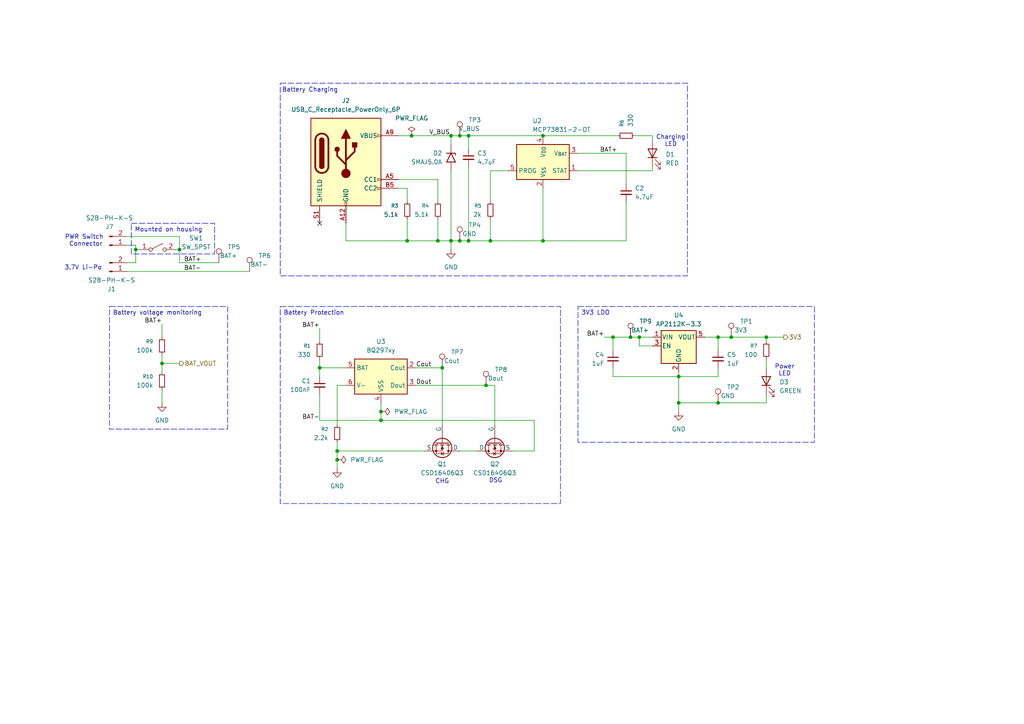
<source format=kicad_sch>
(kicad_sch (version 20250114) (generator "eeschema") (generator_version "9.0")
  (paper "A4")
  (title_block (rev "${REVISION}"))
  (lib_symbols
    (symbol "Battery_Management:BQ297xy"
      (property "Reference" "U" (at -6.35 6.35 0))
      (property "Value" "BQ297xy" (at 5.08 -6.35 0))
      (symbol "BQ297xy_0_1"
        (rectangle (start -7.62 5.08) (end 7.62 -5.08) (stroke (width 0.254)) (fill (type background)))
      )
      (symbol "BQ297xy_1_1"
        (pin input line (at -10.16 2.54 0) (length 2.54) (name "BAT") (number "5"))
        (pin input line (at -10.16 -2.54 0) (length 2.54) (name "V-") (number "6"))
        (pin power_in line (at 0 -7.62 90) (length 2.54) (name "VSS") (number "4"))
        (pin no_connect line (at 7.62 0 180) (length 2.54) (hide yes) (name "NC") (number "1"))
        (pin output line (at 10.16 2.54 180) (length 2.54) (name "Cout") (number "2"))
        (pin output line (at 10.16 -2.54 180) (length 2.54) (name "Dout") (number "3"))
      )
    )
    (symbol "Battery_Management:MCP73831-2-OT"
      (property "Reference" "U" (at -7.62 6.35 0))
      (property "Value" "MCP73831-2-OT" (at 1.27 6.35 0))
      (symbol "MCP73831-2-OT_0_1"
        (rectangle (start -7.62 5.08) (end 7.62 -5.08) (stroke (width 0.254)) (fill (type background)))
      )
      (symbol "MCP73831-2-OT_1_1"
        (pin input line (at -10.16 -2.54 0) (length 2.54) (name "PROG") (number "5"))
        (pin power_in line (at 0 7.62 270) (length 2.54) (name "V_{DD}") (number "4"))
        (pin power_in line (at 0 -7.62 90) (length 2.54) (name "V_{SS}") (number "2"))
        (pin power_out line (at 10.16 2.54 180) (length 2.54) (name "V_{BAT}") (number "3"))
        (pin tri_state line (at 10.16 -2.54 180) (length 2.54) (name "STAT") (number "1"))
      )
    )
    (symbol "Connector:Conn_01x02_Pin" (pin_names (offset 1.016) (hide yes))
      (property "Reference" "J" (at 0 2.54 0))
      (property "Value" "Conn_01x02_Pin" (at 0 -5.08 0))
      (symbol "Conn_01x02_Pin_1_1"
        (rectangle (start 0.8636 0.127) (end 0 -0.127) (stroke (width 0.1524)) (fill (type outline)))
        (rectangle (start 0.8636 -2.413) (end 0 -2.667) (stroke (width 0.1524)) (fill (type outline)))
        (polyline (pts (xy 1.27 0) (xy 0.8636 0)) (stroke (width 0.1524)))
        (polyline (pts (xy 1.27 -2.54) (xy 0.8636 -2.54)) (stroke (width 0.1524)))
        (pin passive line (at 5.08 0 180) (length 3.81) (name "Pin_1") (number "1"))
        (pin passive line (at 5.08 -2.54 180) (length 3.81) (name "Pin_2") (number "2"))
      )
    )
    (symbol "Connector:TestPoint" (pin_numbers (hide yes)) (pin_names (offset 0.762) (hide yes))
      (property "Reference" "TP" (at 0 6.858 0))
      (property "Value" "TestPoint" (at 0 5.08 0))
      (symbol "TestPoint_0_1"
        (circle (center 0 3.302) (radius 0.762))
      )
      (symbol "TestPoint_1_1"
        (pin passive line (at 0 0 90) (length 2.54) (name "1") (number "1"))
      )
    )
    (symbol "Connector:USB_C_Receptacle_PowerOnly_6P" (pin_names (offset 1.016))
      (property "Reference" "J" (at 0 16.51 0))
      (property "Value" "USB_C_Receptacle_PowerOnly_6P" (at 0 13.97 0))
      (symbol "USB_C_Receptacle_PowerOnly_6P_0_0"
        (rectangle (start -0.254 -12.7) (end 0.254 -11.684))
        (rectangle (start 10.16 7.874) (end 9.144 7.366))
        (rectangle (start 10.16 -4.826) (end 9.144 -5.334))
        (rectangle (start 10.16 -7.366) (end 9.144 -7.874))
      )
      (symbol "USB_C_Receptacle_PowerOnly_6P_0_1"
        (rectangle (start -10.16 12.7) (end 10.16 -12.7) (stroke (width 0.254)) (fill (type background)))
        (polyline (pts (xy -8.89 -1.27) (xy -8.89 6.35)) (stroke (width 0.508)))
        (rectangle (start -7.62 -1.27) (end -6.35 6.35) (stroke (width 0.254)) (fill (type outline)))
        (arc (start -7.62 6.35) (mid -6.985 6.9823) (end -6.35 6.35) (stroke (width 0.254)))
        (arc (start -7.62 6.35) (mid -6.985 6.9823) (end -6.35 6.35) (stroke (width 0.254)) (fill (type outline)))
        (arc (start -8.89 6.35) (mid -6.985 8.2467) (end -5.08 6.35) (stroke (width 0.508)))
        (arc (start -5.08 -1.27) (mid -6.985 -3.1667) (end -8.89 -1.27) (stroke (width 0.508)))
        (arc (start -6.35 -1.27) (mid -6.985 -1.9023) (end -7.62 -1.27) (stroke (width 0.254)))
        (arc (start -6.35 -1.27) (mid -6.985 -1.9023) (end -7.62 -1.27) (stroke (width 0.254)) (fill (type outline)))
        (polyline (pts (xy -5.08 6.35) (xy -5.08 -1.27)) (stroke (width 0.508)))
        (circle (center -2.54 3.683) (radius 0.635) (stroke (width 0.254)) (fill (type outline)))
        (polyline (pts (xy -1.27 6.858) (xy 0 9.398) (xy 1.27 6.858) (xy -1.27 6.858)) (stroke (width 0.254)) (fill (type outline)))
        (polyline (pts (xy 0 0.508) (xy 2.54 3.048) (xy 2.54 4.318)) (stroke (width 0.508)))
        (polyline (pts (xy 0 -0.762) (xy -2.54 1.778) (xy -2.54 3.048)) (stroke (width 0.508)))
        (polyline (pts (xy 0 -3.302) (xy 0 6.858)) (stroke (width 0.508)))
        (circle (center 0 -3.302) (radius 1.27) (fill (type outline)))
        (rectangle (start 1.905 4.318) (end 3.175 5.588) (stroke (width 0.254)) (fill (type outline)))
      )
      (symbol "USB_C_Receptacle_PowerOnly_6P_1_1"
        (pin passive line (at -7.62 -17.78 90) (length 5.08) (name "SHIELD") (number "S1"))
        (pin passive line (at 0 -17.78 90) (length 5.08) (name "GND") (number "A12"))
        (pin passive line (at 0 -17.78 90) (length 5.08) (hide yes) (name "GND") (number "B12"))
        (pin passive line (at 15.24 7.62 180) (length 5.08) (name "VBUS") (number "A9"))
        (pin passive line (at 15.24 7.62 180) (length 5.08) (hide yes) (name "VBUS") (number "B9"))
        (pin bidirectional line (at 15.24 -5.08 180) (length 5.08) (name "CC1") (number "A5"))
        (pin bidirectional line (at 15.24 -7.62 180) (length 5.08) (name "CC2") (number "B5"))
      )
    )
    (symbol "Device:C_Small" (pin_numbers (hide yes)) (pin_names (offset 0.254) (hide yes))
      (property "Reference" "C" (at 0.254 1.778 0))
      (property "Value" "C_Small" (at 0.254 -2.032 0))
      (symbol "C_Small_0_1"
        (polyline (pts (xy -1.524 0.508) (xy 1.524 0.508)) (stroke (width 0.3048)))
        (polyline (pts (xy -1.524 -0.508) (xy 1.524 -0.508)) (stroke (width 0.3302)))
      )
      (symbol "C_Small_1_1"
        (pin passive line (at 0 2.54 270) (length 2.032) (name "~") (number "1"))
        (pin passive line (at 0 -2.54 90) (length 2.032) (name "~") (number "2"))
      )
    )
    (symbol "Device:LED" (pin_numbers (hide yes)) (pin_names (offset 1.016) (hide yes))
      (property "Reference" "D" (at 0 2.54 0))
      (property "Value" "LED" (at 0 -2.54 0))
      (symbol "LED_0_1"
        (polyline (pts (xy -3.048 -0.762) (xy -4.572 -2.286) (xy -3.81 -2.286) (xy -4.572 -2.286) (xy -4.572 -1.524)))
        (polyline (pts (xy -1.778 -0.762) (xy -3.302 -2.286) (xy -2.54 -2.286) (xy -3.302 -2.286) (xy -3.302 -1.524)))
        (polyline (pts (xy -1.27 0) (xy 1.27 0)))
        (polyline (pts (xy -1.27 -1.27) (xy -1.27 1.27)) (stroke (width 0.254)))
        (polyline (pts (xy 1.27 -1.27) (xy 1.27 1.27) (xy -1.27 0) (xy 1.27 -1.27)) (stroke (width 0.254)))
      )
      (symbol "LED_1_1"
        (pin passive line (at -3.81 0 0) (length 2.54) (name "K") (number "1"))
        (pin passive line (at 3.81 0 180) (length 2.54) (name "A") (number "2"))
      )
    )
    (symbol "Device:R_Small" (pin_numbers (hide yes)) (pin_names (offset 0.254) (hide yes))
      (property "Reference" "R" (at 0 0 90))
      (property "Value" "R_Small" (at 1.778 0 90))
      (symbol "R_Small_0_1"
        (rectangle (start -0.762 1.778) (end 0.762 -1.778) (stroke (width 0.2032)))
      )
      (symbol "R_Small_1_1"
        (pin passive line (at 0 2.54 270) (length 0.762) (name "~") (number "1"))
        (pin passive line (at 0 -2.54 90) (length 0.762) (name "~") (number "2"))
      )
    )
    (symbol "Diode:SMAJ5.0A" (pin_numbers (hide yes)) (pin_names (offset 1.016) (hide yes))
      (property "Reference" "D" (at 0 2.54 0))
      (property "Value" "SMAJ5.0A" (at 0 -2.54 0))
      (symbol "SMAJ5.0A_0_1"
        (polyline (pts (xy -0.762 1.27) (xy -1.27 1.27) (xy -1.27 -1.27)) (stroke (width 0.254)))
        (polyline (pts (xy 1.27 1.27) (xy 1.27 -1.27) (xy -1.27 0) (xy 1.27 1.27)) (stroke (width 0.254)))
      )
      (symbol "SMAJ5.0A_1_1"
        (pin passive line (at -3.81 0 0) (length 2.54) (name "A1") (number "1"))
        (pin passive line (at 3.81 0 180) (length 2.54) (name "A2") (number "2"))
      )
    )
    (symbol "Regulator_Linear:AP2112K-3.3" (pin_names (offset 0.254))
      (property "Reference" "U" (at -5.08 5.715 0))
      (property "Value" "AP2112K-3.3" (at 0 5.715 0))
      (symbol "AP2112K-3.3_0_1"
        (rectangle (start -5.08 4.445) (end 5.08 -5.08) (stroke (width 0.254)) (fill (type background)))
      )
      (symbol "AP2112K-3.3_1_1"
        (pin power_in line (at -7.62 2.54 0) (length 2.54) (name "VIN") (number "1"))
        (pin input line (at -7.62 0 0) (length 2.54) (name "EN") (number "3"))
        (pin power_in line (at 0 -7.62 90) (length 2.54) (name "GND") (number "2"))
        (pin no_connect line (at 5.08 0 180) (length 2.54) (hide yes) (name "NC") (number "4"))
        (pin power_out line (at 7.62 2.54 180) (length 2.54) (name "VOUT") (number "5"))
      )
    )
    (symbol "Simulation_SPICE:NMOS" (pin_numbers (hide yes)) (pin_names (offset 0))
      (property "Reference" "Q" (at 5.08 1.27 0))
      (property "Value" "NMOS" (at 5.08 -1.27 0))
      (symbol "NMOS_0_1"
        (polyline (pts (xy 0.254 1.905) (xy 0.254 -1.905)) (stroke (width 0.254)))
        (polyline (pts (xy 0.254 0) (xy -2.54 0)))
        (polyline (pts (xy 0.762 2.286) (xy 0.762 1.27)) (stroke (width 0.254)))
        (polyline (pts (xy 0.762 0.508) (xy 0.762 -0.508)) (stroke (width 0.254)))
        (polyline (pts (xy 0.762 -1.27) (xy 0.762 -2.286)) (stroke (width 0.254)))
        (polyline (pts (xy 0.762 -1.778) (xy 3.302 -1.778) (xy 3.302 1.778) (xy 0.762 1.778)))
        (polyline (pts (xy 1.016 0) (xy 2.032 0.381) (xy 2.032 -0.381) (xy 1.016 0)) (fill (type outline)))
        (circle (center 1.651 0) (radius 2.794) (stroke (width 0.254)))
        (polyline (pts (xy 2.54 2.54) (xy 2.54 1.778)))
        (circle (center 2.54 1.778) (radius 0.254) (fill (type outline)))
        (circle (center 2.54 -1.778) (radius 0.254) (fill (type outline)))
        (polyline (pts (xy 2.54 -2.54) (xy 2.54 0) (xy 0.762 0)))
        (polyline (pts (xy 2.794 0.508) (xy 2.921 0.381) (xy 3.683 0.381) (xy 3.81 0.254)))
        (polyline (pts (xy 3.302 0.381) (xy 2.921 -0.254) (xy 3.683 -0.254) (xy 3.302 0.381)))
      )
      (symbol "NMOS_1_1"
        (pin input line (at -5.08 0 0) (length 2.54) (name "G") (number "2"))
        (pin passive line (at 2.54 5.08 270) (length 2.54) (name "D") (number "1"))
        (pin passive line (at 2.54 -5.08 90) (length 2.54) (name "S") (number "3"))
      )
    )
    (symbol "Switch:SW_SPST" (pin_names (offset 0) (hide yes))
      (property "Reference" "SW" (at 0 3.175 0))
      (property "Value" "SW_SPST" (at 0 -2.54 0))
      (symbol "SW_SPST_0_0"
        (circle (center -2.032 0) (radius 0.508))
        (polyline (pts (xy -1.524 0.254) (xy 1.524 1.778)))
        (circle (center 2.032 0) (radius 0.508))
      )
      (symbol "SW_SPST_1_1"
        (pin passive line (at -5.08 0 0) (length 2.54) (name "A") (number "1"))
        (pin passive line (at 5.08 0 180) (length 2.54) (name "B") (number "2"))
      )
    )
    (symbol "power:GND" (power) (pin_numbers (hide yes)) (pin_names (offset 0) (hide yes))
      (property "Value" "GND" (at 0 -3.81 0))
      (symbol "GND_0_1"
        (polyline (pts (xy 0 0) (xy 0 -1.27) (xy 1.27 -1.27) (xy 0 -2.54) (xy -1.27 -1.27) (xy 0 -1.27)))
      )
      (symbol "GND_1_1"
        (pin power_in line (at 0 0 270) (length 0) (name "~") (number "1"))
      )
    )
    (symbol "power:PWR_FLAG" (power) (pin_numbers (hide yes)) (pin_names (offset 0) (hide yes))
      (property "Value" "PWR_FLAG" (at 0 3.81 0))
      (symbol "PWR_FLAG_0_0"
        (pin power_out line (at 0 0 90) (length 0) (name "~") (number "1"))
      )
      (symbol "PWR_FLAG_0_1"
        (polyline (pts (xy 0 0) (xy 0 1.27) (xy -1.016 1.905) (xy 0 2.54) (xy 1.016 1.905) (xy 0 1.27)))
      )
    )
  )
  (rectangle (start 81.28 24.13) (end 199.39 80.01) (stroke (width 0) (type dash)))
  (text "DSG" (at 143.764 139.446 0) (effects (font (size 1.27 1.27))))
  (text "Power\nLED" (at 227.584 107.442 0) (effects (font (size 1.27 1.27))))
  (text "CHG" (at 128.27 139.7 0) (effects (font (size 1.27 1.27))))
  (text "PWR Switch \nConnector" (at 24.892 69.85 0) (effects (font (size 1.27 1.27))))
  (text "Battery Charging" (at 89.916 26.162 0) (effects (font (size 1.27 1.27))))
  (text "3.7V Li-Po" (at 24.13 77.724 0) (effects (font (size 1.27 1.27))))
  (text "Charging\nLED" (at 194.564 40.894 0) (effects (font (size 1.27 1.27))))
  (text_box "Mounted on housing" (at 38.1 64.77 0) (size 24.13 8.89) (margins 0.9525 0.9525 0.9525 0.9525) (stroke (width 0) (type dash)) (effects (font (size 1.27 1.27)) (justify left top)))
  (text_box "Battery voltage monitoring" (at 31.75 88.9 0) (size 34.29 35.56) (margins 0.9525 0.9525 0.9525 0.9525) (stroke (width 0) (type dash)) (effects (font (size 1.27 1.27)) (justify left top)))
  (text_box "3V3 LDO" (at 167.64 88.9 0) (size 68.58 39.37) (margins 0.9525 0.9525 0.9525 0.9525) (stroke (width 0) (type dash)) (effects (font (size 1.27 1.27)) (justify left top)))
  (text_box "Battery Protection" (at 81.28 88.9 0) (size 81.28 57.15) (margins 0.9525 0.9525 0.9525 0.9525) (stroke (width 0) (type dash)) (effects (font (size 1.27 1.27)) (justify left top)))
  (junction (at 196.85 116.84))
  (junction (at 110.49 119.38))
  (junction (at 182.88 97.79))
  (junction (at 110.49 121.92))
  (junction (at 127 69.85))
  (junction (at 135.89 39.37))
  (junction (at 135.89 69.85))
  (junction (at 157.48 69.85))
  (junction (at 133.35 69.85))
  (junction (at 157.48 39.37))
  (junction (at 118.11 69.85))
  (junction (at 212.09 97.79))
  (junction (at 177.8 97.79))
  (junction (at 119.38 39.37))
  (junction (at 208.28 97.79))
  (junction (at 130.81 69.85))
  (junction (at 97.79 130.81))
  (junction (at 92.71 106.68))
  (junction (at 128.27 106.68))
  (junction (at 39.37 72.39))
  (junction (at 130.81 39.37))
  (junction (at 46.99 105.41))
  (junction (at 222.25 97.79))
  (junction (at 142.24 69.85))
  (junction (at 140.97 111.76))
  (junction (at 196.85 109.22))
  (junction (at 133.35 39.37))
  (junction (at 97.79 133.35))
  (junction (at 185.42 97.79))
  (junction (at 52.07 72.39))
  (junction (at 208.28 116.84))
  (no_connect (at 92.71 64.77))
  (wire (pts (xy 52.07 76.2) (xy 63.5 76.2)))
  (wire (pts (xy 50.8 72.39) (xy 52.07 72.39)))
  (wire (pts (xy 135.89 39.37) (xy 157.48 39.37)))
  (wire (pts (xy 189.23 100.33) (xy 185.42 100.33)))
  (wire (pts (xy 46.99 105.41) (xy 52.07 105.41)))
  (wire (pts (xy 177.8 97.79) (xy 182.88 97.79)))
  (wire (pts (xy 175.26 97.79) (xy 177.8 97.79)))
  (wire (pts (xy 39.37 76.2) (xy 36.83 76.2)))
  (wire (pts (xy 97.79 128.27) (xy 97.79 130.81)))
  (wire (pts (xy 39.37 72.39) (xy 40.64 72.39)))
  (wire (pts (xy 46.99 93.98) (xy 46.99 97.79)))
  (wire (pts (xy 208.28 101.6) (xy 208.28 97.79)))
  (wire (pts (xy 92.71 99.06) (xy 92.71 95.25)))
  (wire (pts (xy 189.23 48.26) (xy 189.23 49.53)))
  (wire (pts (xy 120.65 106.68) (xy 128.27 106.68)))
  (wire (pts (xy 179.07 39.37) (xy 157.48 39.37)))
  (wire (pts (xy 100.33 111.76) (xy 97.79 111.76)))
  (wire (pts (xy 97.79 135.89) (xy 97.79 133.35)))
  (wire (pts (xy 110.49 119.38) (xy 110.49 116.84)))
  (wire (pts (xy 142.24 69.85) (xy 157.48 69.85)))
  (wire (pts (xy 208.28 106.68) (xy 208.28 109.22)))
  (wire (pts (xy 208.28 116.84) (xy 222.25 116.84)))
  (wire (pts (xy 97.79 111.76) (xy 97.79 123.19)))
  (wire (pts (xy 208.28 109.22) (xy 196.85 109.22)))
  (wire (pts (xy 97.79 133.35) (xy 97.79 130.81)))
  (wire (pts (xy 127 69.85) (xy 130.81 69.85)))
  (wire (pts (xy 142.24 49.53) (xy 142.24 58.42)))
  (wire (pts (xy 97.79 130.81) (xy 123.19 130.81)))
  (wire (pts (xy 142.24 63.5) (xy 142.24 69.85)))
  (wire (pts (xy 130.81 39.37) (xy 133.35 39.37)))
  (wire (pts (xy 222.25 97.79) (xy 222.25 99.06)))
  (wire (pts (xy 128.27 123.19) (xy 128.27 106.68)))
  (wire (pts (xy 92.71 121.92) (xy 110.49 121.92)))
  (wire (pts (xy 135.89 69.85) (xy 142.24 69.85)))
  (wire (pts (xy 196.85 116.84) (xy 208.28 116.84)))
  (wire (pts (xy 157.48 54.61) (xy 157.48 69.85)))
  (wire (pts (xy 119.38 39.37) (xy 130.81 39.37)))
  (wire (pts (xy 208.28 97.79) (xy 212.09 97.79)))
  (wire (pts (xy 100.33 64.77) (xy 100.33 69.85)))
  (wire (pts (xy 46.99 102.87) (xy 46.99 105.41)))
  (wire (pts (xy 140.97 111.76) (xy 120.65 111.76)))
  (wire (pts (xy 92.71 106.68) (xy 92.71 109.22)))
  (wire (pts (xy 127 52.07) (xy 127 58.42)))
  (wire (pts (xy 154.94 130.81) (xy 154.94 121.92)))
  (wire (pts (xy 36.83 78.74) (xy 72.39 78.74)))
  (wire (pts (xy 177.8 106.68) (xy 177.8 109.22)))
  (wire (pts (xy 46.99 113.03) (xy 46.99 116.84)))
  (wire (pts (xy 167.64 44.45) (xy 181.61 44.45)))
  (wire (pts (xy 92.71 104.14) (xy 92.71 106.68)))
  (wire (pts (xy 212.09 97.79) (xy 222.25 97.79)))
  (wire (pts (xy 133.35 130.81) (xy 138.43 130.81)))
  (wire (pts (xy 181.61 53.34) (xy 181.61 44.45)))
  (wire (pts (xy 133.35 69.85) (xy 135.89 69.85)))
  (wire (pts (xy 208.28 97.79) (xy 204.47 97.79)))
  (wire (pts (xy 143.51 111.76) (xy 140.97 111.76)))
  (wire (pts (xy 118.11 69.85) (xy 127 69.85)))
  (wire (pts (xy 133.35 39.37) (xy 135.89 39.37)))
  (wire (pts (xy 127 63.5) (xy 127 69.85)))
  (wire (pts (xy 115.57 39.37) (xy 119.38 39.37)))
  (wire (pts (xy 222.25 104.14) (xy 222.25 106.68)))
  (wire (pts (xy 130.81 69.85) (xy 130.81 72.39)))
  (wire (pts (xy 143.51 123.19) (xy 143.51 111.76)))
  (wire (pts (xy 222.25 114.3) (xy 222.25 116.84)))
  (wire (pts (xy 118.11 63.5) (xy 118.11 69.85)))
  (wire (pts (xy 130.81 69.85) (xy 133.35 69.85)))
  (wire (pts (xy 182.88 97.79) (xy 185.42 97.79)))
  (wire (pts (xy 118.11 54.61) (xy 118.11 58.42)))
  (wire (pts (xy 135.89 39.37) (xy 135.89 43.18)))
  (wire (pts (xy 189.23 39.37) (xy 189.23 40.64)))
  (wire (pts (xy 167.64 49.53) (xy 189.23 49.53)))
  (wire (pts (xy 148.59 130.81) (xy 154.94 130.81)))
  (wire (pts (xy 177.8 97.79) (xy 177.8 101.6)))
  (wire (pts (xy 222.25 97.79) (xy 227.33 97.79)))
  (wire (pts (xy 110.49 121.92) (xy 110.49 119.38)))
  (wire (pts (xy 39.37 71.12) (xy 36.83 71.12)))
  (wire (pts (xy 177.8 109.22) (xy 196.85 109.22)))
  (wire (pts (xy 130.81 49.53) (xy 130.81 69.85)))
  (wire (pts (xy 92.71 114.3) (xy 92.71 121.92)))
  (wire (pts (xy 100.33 106.68) (xy 92.71 106.68)))
  (wire (pts (xy 115.57 52.07) (xy 127 52.07)))
  (wire (pts (xy 115.57 54.61) (xy 118.11 54.61)))
  (wire (pts (xy 100.33 69.85) (xy 118.11 69.85)))
  (wire (pts (xy 130.81 41.91) (xy 130.81 39.37)))
  (wire (pts (xy 52.07 68.58) (xy 52.07 72.39)))
  (wire (pts (xy 52.07 72.39) (xy 52.07 76.2)))
  (wire (pts (xy 196.85 109.22) (xy 196.85 116.84)))
  (wire (pts (xy 135.89 48.26) (xy 135.89 69.85)))
  (wire (pts (xy 184.15 39.37) (xy 189.23 39.37)))
  (wire (pts (xy 39.37 72.39) (xy 39.37 76.2)))
  (wire (pts (xy 36.83 68.58) (xy 52.07 68.58)))
  (wire (pts (xy 46.99 105.41) (xy 46.99 107.95)))
  (wire (pts (xy 181.61 69.85) (xy 157.48 69.85)))
  (wire (pts (xy 185.42 100.33) (xy 185.42 97.79)))
  (wire (pts (xy 196.85 116.84) (xy 196.85 119.38)))
  (wire (pts (xy 154.94 121.92) (xy 110.49 121.92)))
  (wire (pts (xy 147.32 49.53) (xy 142.24 49.53)))
  (wire (pts (xy 39.37 72.39) (xy 39.37 71.12)))
  (wire (pts (xy 196.85 107.95) (xy 196.85 109.22)))
  (wire (pts (xy 185.42 97.79) (xy 189.23 97.79)))
  (wire (pts (xy 181.61 58.42) (xy 181.61 69.85)))
  (label "Dout" (at 120.65 111.76 0))
  (label "BAT+" (at 46.99 93.98 180))
  (label "BAT-" (at 92.71 121.92 180))
  (label "BAT-" (at 58.42 78.74 180))
  (label "BAT+" (at 58.42 76.2 180))
  (label "V_BUS" (at 124.46 39.37 0))
  (label "BAT+" (at 179.07 44.45 180))
  (label "BAT+" (at 92.71 95.25 180))
  (label "Cout" (at 120.65 106.68 0))
  (label "BAT+" (at 175.26 97.79 180))
  (hierarchical_label "3V3" (shape output) (at 227.33 97.79 0))
  (hierarchical_label "BAT_VOUT" (shape output) (at 52.07 105.41 0))
  (symbol (lib_id "power:PWR_FLAG") (at 97.79 133.35 270) (unit 1)
    (property "Reference" "#FLG01" (effects (hide yes)))
    (property "Value" "PWR_FLAG" (at 101.6 133.3499 90) (effects (justify left)))
    (property "Description" "Special symbol for telling ERC where power comes from" (effects (hide yes)))
  )
  (symbol (lib_id "Device:R_Small") (at 46.99 100.33 0) (unit 1)
    (property "Reference" "R9" (at 44.45 99.0599 0) (effects (font (size 1.016 1.016)) (justify right)))
    (property "Value" "100k" (at 44.45 101.5999 0) (effects (justify right)))
    (property "Footprint" "Resistor_SMD:R_0603_1608Metric_Pad0.98x0.95mm_HandSolder" (effects (hide yes)))
    (property "Datasheet" "https://industrial.panasonic.com/cdbs/www-data/pdf/RDM0000/AOA0000C307.pdf" (effects (hide yes)))
    (property "Description" "100 kOhms ±0.1% 0.1W, 1/10W Chip Resistor 0603 (1608 Metric) Automotive AEC-Q200 Thin Film" (effects (hide yes)))
    (property "Digikey_P/N" "P100KDBCT-ND" (effects (hide yes)))
    (property "MFR" "Panasonic Electronic Components" (effects (hide yes)))
    (property "MFR_P/N" "ERA-3AEB104V" (effects (hide yes)))
  )
  (symbol (lib_id "Device:R_Small") (at 222.25 101.6 0) (unit 1)
    (property "Reference" "R7" (at 219.71 100.3299 0) (effects (font (size 1.016 1.016)) (justify right)))
    (property "Value" "100" (at 219.71 102.8699 0) (effects (justify right)))
    (property "Footprint" "Resistor_SMD:R_0603_1608Metric_Pad0.98x0.95mm_HandSolder" (effects (hide yes)))
    (property "Datasheet" "https://www.vishay.com/docs/20035/dcrcwe3.pdf" (effects (hide yes)))
    (property "Description" "RES SMD 100 OHM 1% 1/8W 0603" (effects (hide yes)))
    (property "Digikey_P/N" "541-100HCT-ND" (effects (hide yes)))
    (property "MFR" "Vishay Dale" (effects (hide yes)))
    (property "MFR_P/N" "CRCW0603100RFKEA" (effects (hide yes)))
  )
  (symbol (lib_id "Device:R_Small") (at 142.24 60.96 0) (unit 1)
    (property "Reference" "R5" (at 139.7 59.6899 0) (effects (font (size 1.016 1.016)) (justify right)))
    (property "Value" "2k" (at 139.7 62.2299 0) (effects (justify right)))
    (property "Footprint" "Resistor_SMD:R_0603_1608Metric_Pad0.98x0.95mm_HandSolder" (effects (hide yes)))
    (property "Datasheet" "https://industrial.panasonic.com/cdbs/www-data/pdf/RDM0000/AOA0000C307.pdf" (effects (hide yes)))
    (property "Description" "RES SMD 2K OHM 0.1% 1/10W 0603" (effects (hide yes)))
    (property "Digikey_P/N" "P2.0KDBCT-ND" (effects (hide yes)))
    (property "MFR" "Panasonic Electronic Components" (effects (hide yes)))
    (property "MFR_P/N" "ERA-3AEB202V" (effects (hide yes)))
  )
  (symbol (lib_id "Simulation_SPICE:NMOS") (at 143.51 128.27 90) (mirror x) (unit 1)
    (property "Reference" "Q2" (at 143.51 134.62 90))
    (property "Value" "CSD16406Q3" (at 143.51 137.16 90))
    (property "Footprint" "MilliohmMeter:VSON-8_3.3x3.3mm_P0.65mm_NexFET" (effects (hide yes)))
    (property "Datasheet" "https://www.ti.com/general/docs/suppproductinfo.tsp?distId=10&gotoUrl=https%3A%2F%2Fwww.ti.com%2Flit%2Fgpn%2Fcsd16406q3" (effects (hide yes)))
    (property "Description" "MOSFET N-CH 25V 19A/60A 8VSON" (effects (hide yes)))
    (property "Sim.Device" "NMOS" (effects (hide yes)))
    (property "Sim.Type" "VDMOS" (effects (hide yes)))
    (property "Sim.Pins" "1=D 2=G 3=S" (effects (hide yes)))
    (property "Digikey_P/N" "296-24251-1-ND" (effects (hide yes)))
    (property "MFR" "Texas Instruments" (effects (hide yes)))
    (property "MFR_P/N" "CSD16406Q3" (effects (hide yes)))
  )
  (symbol (lib_id "Device:R_Small") (at 127 60.96 0) (unit 1)
    (property "Reference" "R4" (at 124.46 59.6899 0) (effects (font (size 1.016 1.016)) (justify right)))
    (property "Value" "5.1k" (at 124.46 62.2299 0) (effects (justify right)))
    (property "Footprint" "Resistor_SMD:R_0603_1608Metric_Pad0.98x0.95mm_HandSolder" (effects (hide yes)))
    (property "Datasheet" "https://www.yageogroup.com/content/datasheet/asset/file/PYU-RC_GROUP_51_ROHS_L" (effects (hide yes)))
    (property "Description" "RES 5.1K OHM 1% 1/10W 0603" (effects (hide yes)))
    (property "Digikey_P/N" "311-5.10KHRCT-ND" (effects (hide yes)))
    (property "MFR" "YAGEO" (effects (hide yes)))
    (property "MFR_P/N" "RC0603FR-075K1L" (effects (hide yes)))
  )
  (symbol (lib_id "Device:C_Small") (at 208.28 104.14 0) (unit 1)
    (property "Reference" "C5" (at 210.82 102.8762 0) (effects (justify left)))
    (property "Value" "1uF" (at 210.82 105.4162 0) (effects (justify left)))
    (property "Footprint" "Capacitor_SMD:C_0603_1608Metric_Pad1.08x0.95mm_HandSolder" (effects (hide yes)))
    (property "Datasheet" "https://mm.digikey.com/Volume0/opasdata/d220001/medias/docus/3644/CL10B105KA8NNNC_spec.pdf" (effects (hide yes)))
    (property "Description" "CAP CER 1UF 25V X7R 0603" (effects (hide yes)))
    (property "Digikey_P/N" "1276-1184-1-ND" (effects (hide yes)))
    (property "MFR" "Samsung Electro-Mechanics" (effects (hide yes)))
    (property "MFR_P/N" "CL10B105KA8NNNC" (effects (hide yes)))
  )
  (symbol (lib_id "Connector:TestPoint") (at 133.35 39.37 0) (unit 1)
    (property "Reference" "TP3" (at 135.89 34.7979 0) (effects (justify left)))
    (property "Value" "${SHORT_NET_NAME(1)}" (at 135.89 37.3379 0) (effects (justify left)))
    (property "Footprint" "TestPoint:TestPoint_Pad_D1.0mm" (effects (hide yes)))
    (property "Description" "test point" (effects (hide yes)))
  )
  (symbol (lib_id "Connector:TestPoint") (at 208.28 116.84 0) (unit 1)
    (property "Reference" "TP2" (at 210.82 112.2679 0) (effects (justify left)))
    (property "Value" "${SHORT_NET_NAME(1)}" (at 210.82 114.8079 0) (effects (justify left)))
    (property "Footprint" "TestPoint:TestPoint_Pad_D1.0mm" (effects (hide yes)))
    (property "Description" "test point" (effects (hide yes)))
  )
  (symbol (lib_id "Regulator_Linear:AP2112K-3.3") (at 196.85 100.33 0) (unit 1)
    (property "Reference" "U4" (at 196.85 91.44 0))
    (property "Value" "AP2112K-3.3" (at 196.85 93.98 0))
    (property "Footprint" "Package_TO_SOT_SMD:SOT-23-5" (effects (hide yes)))
    (property "Datasheet" "https://www.diodes.com/assets/Datasheets/AP2112.pdf" (effects (hide yes)))
    (property "Description" "600mA low dropout linear regulator, with enable pin, 3.8V-6V input voltage range, 3.3V fixed positive output, SOT-23-5" (effects (hide yes)))
    (property "Digikey_P/N" "AP2112K-3.3TRG1DICT-ND" (effects (hide yes)))
    (property "MFR" "Diodes Incorporated" (effects (hide yes)))
    (property "MFR_P/N" "AP2112K-3.3TRG1" (effects (hide yes)))
  )
  (symbol (lib_id "Connector:Conn_01x02_Pin") (at 31.75 78.74 0) (mirror x) (unit 1)
    (property "Reference" "J1" (at 32.385 83.82 0))
    (property "Value" "S2B-PH-K-S" (at 32.385 81.28 0))
    (property "Footprint" "Connector_JST:JST_PH_S2B-PH-K_1x02_P2.00mm_Horizontal" (effects (hide yes)))
    (property "Datasheet" "https://www.jst-mfg.com/product/pdf/eng/ePH.pdf" (effects (hide yes)))
    (property "Description" "Connector Header Through Hole, Right Angle 2 position 0.079\" (2.00mm)" (effects (hide yes)))
    (property "Digikey_P/N" "455-1719-ND" (effects (hide yes)))
    (property "MFR" "JST Sales America Inc." (effects (hide yes)))
    (property "MFR_P/N" "S2B-PH-K-S" (effects (hide yes)))
  )
  (symbol (lib_id "Battery_Management:MCP73831-2-OT") (at 157.48 46.99 0) (unit 1)
    (property "Reference" "U2" (at 154.432 35.052 0) (effects (justify left)))
    (property "Value" "MCP73831-2-OT" (at 154.432 37.592 0) (effects (justify left)))
    (property "Footprint" "Package_TO_SOT_SMD:SOT-23-5" (effects (hide yes)))
    (property "Datasheet" "http://ww1.microchip.com/downloads/en/DeviceDoc/20001984g.pdf" (effects (hide yes)))
    (property "Description" "Single cell, Li-Ion/Li-Po charge management controller, 4.20V, Tri-State Status Output, in SOT23-5 package" (effects (hide yes)))
    (property "Digikey_P/N" "MCP73831T-2ACI/OTCT-ND" (effects (hide yes)))
    (property "MFR" "Microchip Technology" (effects (hide yes)))
    (property "MFR_P/N" "MCP73831T-2ACI/OT" (effects (hide yes)))
  )
  (symbol (lib_id "Connector:TestPoint") (at 72.39 78.74 0) (unit 1)
    (property "Reference" "TP6" (at 74.93 74.1679 0) (effects (justify left)))
    (property "Value" "${SHORT_NET_NAME(1)}" (at 74.93 76.7079 0) (effects (justify left)))
    (property "Footprint" "TestPoint:TestPoint_Pad_D1.0mm" (effects (hide yes)))
    (property "Description" "test point" (effects (hide yes)))
  )
  (symbol (lib_id "Device:C_Small") (at 92.71 111.76 0) (unit 1)
    (property "Reference" "C1" (at 90.17 110.4962 0) (effects (justify right)))
    (property "Value" "100nF" (at 90.17 113.0362 0) (effects (justify right)))
    (property "Footprint" "Capacitor_SMD:C_0603_1608Metric_Pad1.08x0.95mm_HandSolder" (effects (hide yes)))
    (property "Datasheet" "https://www.yageogroup.com/content/datasheet/asset/file/KEM_C1002_X7R_SMD" (effects (hide yes)))
    (property "Description" "CAP CER 0.1UF 50V X7R 0603" (effects (hide yes)))
    (property "Digikey_P/N" "399-C0603C104K5RACTUCT-ND" (effects (hide yes)))
    (property "MFR" "KEMET" (effects (hide yes)))
    (property "MFR_P/N" "C0603C104K5RACTU" (effects (hide yes)))
  )
  (symbol (lib_id "power:GND") (at 97.79 135.89 0) (unit 1)
    (property "Reference" "#PWR02" (effects (hide yes)))
    (property "Value" "GND" (at 97.79 140.97 0))
    (property "Description" "Power symbol creates a global label with name \"GND\" , ground" (effects (hide yes)))
  )
  (symbol (lib_id "Battery_Management:BQ297xy") (at 110.49 109.22 0) (unit 1)
    (property "Reference" "U3" (at 110.49 99.06 0))
    (property "Value" "BQ297xy" (at 110.49 101.6 0))
    (property "Footprint" "Package_SON:WSON-6_1.5x1.5mm_P0.5mm" (effects (hide yes)))
    (property "Datasheet" "http://www.ti.com/lit/ds/symlink/bq2970.pdf" (effects (hide yes)))
    (property "Description" "Voltage and Current Protection for Single-Cell Li-Ion and Li-Polymer Batteries" (effects (hide yes)))
    (property "Digikey_P/N" "296-43985-1-ND" (effects (hide yes)))
    (property "MFR" "Texas Instruments" (effects (hide yes)))
    (property "MFR_P/N" "BQ29700DSER" (effects (hide yes)))
  )
  (symbol (lib_id "Connector:TestPoint") (at 140.97 111.76 0) (unit 1)
    (property "Reference" "TP8" (at 143.51 107.1879 0) (effects (justify left)))
    (property "Value" "${SHORT_NET_NAME(1)}" (at 143.51 109.7279 0) (effects (justify left)))
    (property "Footprint" "TestPoint:TestPoint_Pad_D1.0mm" (effects (hide yes)))
    (property "Description" "test point" (effects (hide yes)))
  )
  (symbol (lib_id "power:PWR_FLAG") (at 110.49 119.38 270) (unit 1)
    (property "Reference" "#FLG02" (effects (hide yes)))
    (property "Value" "PWR_FLAG" (at 114.3 119.3799 90) (effects (justify left)))
    (property "Description" "Special symbol for telling ERC where power comes from" (effects (hide yes)))
  )
  (symbol (lib_id "Device:R_Small") (at 97.79 125.73 0) (unit 1)
    (property "Reference" "R2" (at 95.25 124.4599 0) (effects (font (size 1.016 1.016)) (justify right)))
    (property "Value" "2.2k" (at 95.25 126.9999 0) (effects (justify right)))
    (property "Footprint" "Resistor_SMD:R_0603_1608Metric_Pad0.98x0.95mm_HandSolder" (effects (hide yes)))
    (property "Datasheet" "https://www.yageogroup.com/content/datasheet/asset/file/PYU-RC_GROUP_51_ROHS_L" (effects (hide yes)))
    (property "Description" "RES 2.2K OHM 1% 1/10W 0603" (effects (hide yes)))
    (property "Digikey_P/N" "311-2.20KHRCT-ND" (effects (hide yes)))
    (property "MFR" "YAGEO" (effects (hide yes)))
    (property "MFR_P/N" "RC0603FR-072K2L" (effects (hide yes)))
  )
  (symbol (lib_id "Connector:TestPoint") (at 212.09 97.79 0) (unit 1)
    (property "Reference" "TP1" (at 214.63 93.2179 0) (effects (justify left)))
    (property "Value" "${SHORT_NET_NAME(1)}" (at 214.63 95.7579 0) (effects (justify left)))
    (property "Footprint" "TestPoint:TestPoint_Pad_D1.0mm" (effects (hide yes)))
    (property "Description" "test point" (effects (hide yes)))
  )
  (symbol (lib_id "Device:LED") (at 222.25 110.49 90) (unit 1)
    (property "Reference" "D3" (at 226.06 110.8074 90) (effects (justify right)))
    (property "Value" "GREEN" (at 226.06 113.3474 90) (effects (justify right)))
    (property "Footprint" "LED_THT:LED_D3.0mm" (effects (hide yes)))
    (property "Datasheet" "https://mm.digikey.com/Volume0/opasdata/d220001/medias/docus/993/LTL-4234.pdf" (effects (hide yes)))
    (property "Description" "Light emitting diode" (effects (hide yes)))
    (property "Sim.Pins" "1=K 2=A" (effects (hide yes)))
    (property "Digikey_P/N" "160-1131-ND" (effects (hide yes)))
    (property "MFR" "Lite-On Inc." (effects (hide yes)))
    (property "MFR_P/N" "LTL-4234" (effects (hide yes)))
  )
  (symbol (lib_id "power:GND") (at 130.81 72.39 0) (unit 1)
    (property "Reference" "#PWR03" (effects (hide yes)))
    (property "Value" "GND" (at 130.81 77.47 0))
    (property "Description" "Power symbol creates a global label with name \"GND\" , ground" (effects (hide yes)))
  )
  (symbol (lib_id "Device:R_Small") (at 46.99 110.49 0) (unit 1)
    (property "Reference" "R10" (at 44.45 109.2199 0) (effects (font (size 1.016 1.016)) (justify right)))
    (property "Value" "100k" (at 44.45 111.7599 0) (effects (justify right)))
    (property "Footprint" "Resistor_SMD:R_0603_1608Metric_Pad0.98x0.95mm_HandSolder" (effects (hide yes)))
    (property "Datasheet" "https://industrial.panasonic.com/cdbs/www-data/pdf/RDM0000/AOA0000C307.pdf" (effects (hide yes)))
    (property "Description" "100 kOhms ±0.1% 0.1W, 1/10W Chip Resistor 0603 (1608 Metric) Automotive AEC-Q200 Thin Film" (effects (hide yes)))
    (property "Digikey_P/N" "P100KDBCT-ND" (effects (hide yes)))
    (property "MFR" "Panasonic Electronic Components" (effects (hide yes)))
    (property "MFR_P/N" "ERA-3AEB104V" (effects (hide yes)))
  )
  (symbol (lib_id "power:GND") (at 46.99 116.84 0) (unit 1)
    (property "Reference" "#PWR09" (effects (hide yes)))
    (property "Value" "GND" (at 46.99 121.92 0))
    (property "Description" "Power symbol creates a global label with name \"GND\" , ground" (effects (hide yes)))
  )
  (symbol (lib_id "Device:R_Small") (at 118.11 60.96 0) (unit 1)
    (property "Reference" "R3" (at 115.57 59.6899 0) (effects (font (size 1.016 1.016)) (justify right)))
    (property "Value" "5.1k" (at 115.57 62.2299 0) (effects (justify right)))
    (property "Footprint" "Resistor_SMD:R_0603_1608Metric_Pad0.98x0.95mm_HandSolder" (effects (hide yes)))
    (property "Datasheet" "https://www.yageogroup.com/content/datasheet/asset/file/PYU-RC_GROUP_51_ROHS_L" (effects (hide yes)))
    (property "Description" "RES 5.1K OHM 1% 1/10W 0603" (effects (hide yes)))
    (property "Digikey_P/N" "311-5.10KHRCT-ND" (effects (hide yes)))
    (property "MFR" "YAGEO" (effects (hide yes)))
    (property "MFR_P/N" "RC0603FR-075K1L" (effects (hide yes)))
  )
  (symbol (lib_id "power:GND") (at 196.85 119.38 0) (unit 1)
    (property "Reference" "#PWR04" (effects (hide yes)))
    (property "Value" "GND" (at 196.85 124.46 0))
    (property "Description" "Power symbol creates a global label with name \"GND\" , ground" (effects (hide yes)))
  )
  (symbol (lib_id "Connector:TestPoint") (at 128.27 106.68 0) (unit 1)
    (property "Reference" "TP7" (at 130.81 102.1079 0) (effects (justify left)))
    (property "Value" "${SHORT_NET_NAME(1)}" (at 130.81 104.6479 0) (effects (justify left)))
    (property "Footprint" "TestPoint:TestPoint_Pad_D1.0mm" (effects (hide yes)))
    (property "Description" "test point" (effects (hide yes)))
  )
  (symbol (lib_id "Device:LED") (at 189.23 44.45 90) (unit 1)
    (property "Reference" "D1" (at 193.04 44.7674 90) (effects (justify right)))
    (property "Value" "RED" (at 193.04 47.3074 90) (effects (justify right)))
    (property "Footprint" "LED_THT:LED_D3.0mm" (effects (hide yes)))
    (property "Datasheet" "https://mm.digikey.com/Volume0/opasdata/d220001/medias/docus/858/LTL-4224.pdf" (effects (hide yes)))
    (property "Description" "Light emitting diode" (effects (hide yes)))
    (property "Sim.Pins" "1=K 2=A" (effects (hide yes)))
    (property "Digikey_P/N" "160-1128-ND" (effects (hide yes)))
    (property "MFR" "Lite-On Inc." (effects (hide yes)))
    (property "MFR_P/N" "LTL-4224" (effects (hide yes)))
  )
  (symbol (lib_id "Connector:USB_C_Receptacle_PowerOnly_6P") (at 100.33 46.99 0) (unit 1)
    (property "Reference" "J2" (at 100.33 29.21 0))
    (property "Value" "USB_C_Receptacle_PowerOnly_6P" (at 100.33 31.75 0))
    (property "Footprint" "Connector_USB:USB_C_Receptacle_GCT_USB4125-xx-x-0190_6P_TopMnt_Horizontal" (effects (hide yes)))
    (property "Datasheet" "https://www.usb.org/sites/default/files/documents/usb_type-c.zip" (effects (hide yes)))
    (property "Description" "USB Power-Only 6P Type-C Receptacle connector" (effects (hide yes)))
    (property "Digikey_P/N" "UJC-H-G-SMT-2-P6-TR" (effects (hide yes)))
    (property "MFR" "Same Sky (Formerly CUI Devices)" (effects (hide yes)))
    (property "MFR_P/N" "UJC-H-G-SMT-2-P6-TR" (effects (hide yes)))
  )
  (symbol (lib_id "power:PWR_FLAG") (at 119.38 39.37 0) (unit 1)
    (property "Reference" "#FLG03" (effects (hide yes)))
    (property "Value" "PWR_FLAG" (at 119.38 34.29 0))
    (property "Description" "Special symbol for telling ERC where power comes from" (effects (hide yes)))
  )
  (symbol (lib_id "Device:C_Small") (at 177.8 104.14 0) (mirror y) (unit 1)
    (property "Reference" "C4" (at 175.26 102.8762 0) (effects (justify left)))
    (property "Value" "1uF" (at 175.26 105.4162 0) (effects (justify left)))
    (property "Footprint" "Capacitor_SMD:C_0603_1608Metric_Pad1.08x0.95mm_HandSolder" (effects (hide yes)))
    (property "Datasheet" "https://mm.digikey.com/Volume0/opasdata/d220001/medias/docus/3644/CL10B105KA8NNNC_spec.pdf" (effects (hide yes)))
    (property "Description" "CAP CER 1UF 25V X7R 0603" (effects (hide yes)))
    (property "Digikey_P/N" "1276-1184-1-ND" (effects (hide yes)))
    (property "MFR" "Samsung Electro-Mechanics" (effects (hide yes)))
    (property "MFR_P/N" "CL10B105KA8NNNC" (effects (hide yes)))
  )
  (symbol (lib_id "Device:R_Small") (at 92.71 101.6 0) (unit 1)
    (property "Reference" "R1" (at 90.17 100.3299 0) (effects (font (size 1.016 1.016)) (justify right)))
    (property "Value" "330" (at 90.17 102.8699 0) (effects (justify right)))
    (property "Footprint" "Resistor_SMD:R_0603_1608Metric_Pad0.98x0.95mm_HandSolder" (effects (hide yes)))
    (property "Datasheet" "https://www.te.com/commerce/DocumentDelivery/DDEController?Action=srchrtrv&DocNm=1773204&DocType=Data%20Sheet&DocLang=English&DocFormat=pdf&PartCntxt=4-1622826-1" (effects (hide yes)))
    (property "Description" "RES SMD 330 OHM 1% 1/10W 0603" (effects (hide yes)))
    (property "Digikey_P/N" "A121525CT-ND" (effects (hide yes)))
    (property "MFR" "TE Connectivity Passive Product" (effects (hide yes)))
    (property "MFR_P/N" "CRG0603F330R" (effects (hide yes)))
  )
  (symbol (lib_id "Device:C_Small") (at 135.89 45.72 0) (unit 1)
    (property "Reference" "C3" (at 138.43 44.4562 0) (effects (justify left)))
    (property "Value" "4.7uF" (at 138.43 46.9962 0) (effects (justify left)))
    (property "Footprint" "Capacitor_SMD:C_0603_1608Metric_Pad1.08x0.95mm_HandSolder" (effects (hide yes)))
    (property "Datasheet" "https://mm.digikey.com/Volume0/opasdata/d220001/medias/docus/2328/CL10A475KO8NNNC_Spec.pdf" (effects (hide yes)))
    (property "Description" "CAP CER 4.7UF 16V X5R 0603" (effects (hide yes)))
    (property "Digikey_P/N" "1276-1784-1-ND" (effects (hide yes)))
    (property "MFR" "Samsung Electro-Mechanics" (effects (hide yes)))
    (property "MFR_P/N" "CL10A475KO8NNNC" (effects (hide yes)))
  )
  (symbol (lib_id "Device:C_Small") (at 181.61 55.88 0) (unit 1)
    (property "Reference" "C2" (at 184.15 54.6162 0) (effects (justify left)))
    (property "Value" "4.7uF" (at 184.15 57.1562 0) (effects (justify left)))
    (property "Footprint" "Capacitor_SMD:C_0603_1608Metric_Pad1.08x0.95mm_HandSolder" (effects (hide yes)))
    (property "Datasheet" "https://mm.digikey.com/Volume0/opasdata/d220001/medias/docus/2328/CL10A475KO8NNNC_Spec.pdf" (effects (hide yes)))
    (property "Description" "CAP CER 4.7UF 16V X5R 0603" (effects (hide yes)))
    (property "Digikey_P/N" "1276-1784-1-ND" (effects (hide yes)))
    (property "MFR" "Samsung Electro-Mechanics" (effects (hide yes)))
    (property "MFR_P/N" "CL10A475KO8NNNC" (effects (hide yes)))
  )
  (symbol (lib_id "Device:R_Small") (at 181.61 39.37 90) (mirror x) (unit 1)
    (property "Reference" "R6" (at 180.3399 36.83 0) (effects (font (size 1.016 1.016)) (justify right)))
    (property "Value" "330" (at 182.8799 36.83 0) (effects (justify right)))
    (property "Footprint" "Resistor_SMD:R_0603_1608Metric_Pad0.98x0.95mm_HandSolder" (effects (hide yes)))
    (property "Datasheet" "https://www.te.com/commerce/DocumentDelivery/DDEController?Action=srchrtrv&DocNm=1773204&DocType=Data%20Sheet&DocLang=English&DocFormat=pdf&PartCntxt=4-1622826-1" (effects (hide yes)))
    (property "Description" "RES SMD 330 OHM 1% 1/10W 0603" (effects (hide yes)))
    (property "Digikey_P/N" "A121525CT-ND" (effects (hide yes)))
    (property "MFR" "TE Connectivity Passive Product" (effects (hide yes)))
    (property "MFR_P/N" "CRG0603F330R" (effects (hide yes)))
  )
  (symbol (lib_id "Connector:TestPoint") (at 182.88 97.79 0) (unit 1)
    (property "Reference" "TP9" (at 185.42 93.2179 0) (effects (justify left)))
    (property "Value" "${SHORT_NET_NAME(1)}" (at 185.42 95.7579 0) (effects (justify left)))
    (property "Footprint" "TestPoint:TestPoint_Pad_D1.0mm" (effects (hide yes)))
    (property "Description" "test point" (effects (hide yes)))
  )
  (symbol (lib_id "Diode:SMAJ5.0A") (at 130.81 45.72 270) (unit 1)
    (property "Reference" "D2" (at 128.27 44.4499 90) (effects (justify right)))
    (property "Value" "SMAJ5.0A" (at 128.27 46.9899 90) (effects (justify right)))
    (property "Footprint" "Diode_SMD:D_SMA" (effects (hide yes)))
    (property "Datasheet" "https://www.littelfuse.com/media?resourcetype=datasheets&itemid=75e32973-b177-4ee3-a0ff-cedaf1abdb93&filename=smaj-datasheet" (effects (hide yes)))
    (property "Description" "400W unidirectional Transient Voltage Suppressor, 5.0Vr, SMA(DO-214AC)" (effects (hide yes)))
    (property "Digikey_P/N" "SMAJ5.0ALFCT-ND" (effects (hide yes)))
    (property "MFR" "Littelfuse Inc." (effects (hide yes)))
    (property "MFR_P/N" "SMAJ5.0A" (effects (hide yes)))
  )
  (symbol (lib_id "Switch:SW_SPST") (at 45.72 72.39 0) (unit 1) (on_board no)
    (property "Reference" "SW1" (at 56.896 69.088 0))
    (property "Value" "SW_SPST" (at 56.896 71.628 0))
    (property "Footprint" "MilliohmMeter:SW-R3-1A-A-1-0" (effects (hide yes)))
    (property "Datasheet" "https://app.adam-tech.com/products/download/data_sheet/203478/sw-r3-1a-a-xx-0-data-sheet.pdf" (effects (hide yes)))
    (property "Description" "SWITCH ROCKER SPST 6A 125V" (effects (hide yes)))
    (property "Digikey_P/N" "2057-SW-R3-1A-A-1-0-ND" (effects (hide yes)))
    (property "MFR" "Adam Tech" (effects (hide yes)))
    (property "MFR_P/N" "SW-R3-1A-A-1-0" (effects (hide yes)))
  )
  (symbol (lib_id "Connector:Conn_01x02_Pin") (at 31.75 71.12 0) (mirror x) (unit 1)
    (property "Reference" "J7" (at 31.75 65.786 0))
    (property "Value" "S2B-PH-K-S" (at 31.75 63.246 0))
    (property "Footprint" "Connector_JST:JST_PH_S2B-PH-K_1x02_P2.00mm_Horizontal" (effects (hide yes)))
    (property "Datasheet" "https://www.jst-mfg.com/product/pdf/eng/ePH.pdf" (effects (hide yes)))
    (property "Description" "Connector Header Through Hole, Right Angle 2 position 0.079\" (2.00mm)" (effects (hide yes)))
    (property "Digikey_P/N" "455-1719-ND" (effects (hide yes)))
    (property "MFR" "JST Sales America Inc." (effects (hide yes)))
    (property "MFR_P/N" "S2B-PH-K-S" (effects (hide yes)))
  )
  (symbol (lib_id "Simulation_SPICE:NMOS") (at 128.27 128.27 270) (unit 1)
    (property "Reference" "Q1" (at 128.27 134.62 90))
    (property "Value" "CSD16406Q3" (at 128.27 137.16 90))
    (property "Footprint" "MilliohmMeter:VSON-8_3.3x3.3mm_P0.65mm_NexFET" (effects (hide yes)))
    (property "Datasheet" "https://www.ti.com/general/docs/suppproductinfo.tsp?distId=10&gotoUrl=https%3A%2F%2Fwww.ti.com%2Flit%2Fgpn%2Fcsd16406q3" (effects (hide yes)))
    (property "Description" "MOSFET N-CH 25V 19A/60A 8VSON" (effects (hide yes)))
    (property "Sim.Device" "NMOS" (effects (hide yes)))
    (property "Sim.Type" "VDMOS" (effects (hide yes)))
    (property "Sim.Pins" "1=D 2=G 3=S" (effects (hide yes)))
    (property "Digikey_P/N" "296-24251-1-ND" (effects (hide yes)))
    (property "MFR" "Texas Instruments" (effects (hide yes)))
    (property "MFR_P/N" "CSD16406Q3" (effects (hide yes)))
  )
  (symbol (lib_id "Connector:TestPoint") (at 63.5 76.2 0) (unit 1)
    (property "Reference" "TP5" (at 66.04 71.6279 0) (effects (justify left)))
    (property "Value" "${SHORT_NET_NAME(1)}" (at 66.04 74.1679 0) (effects (justify left)))
    (property "Footprint" "TestPoint:TestPoint_Pad_D1.0mm" (effects (hide yes)))
    (property "Description" "test point" (effects (hide yes)))
  )
  (symbol (lib_id "Connector:TestPoint") (at 133.35 69.85 0) (unit 1)
    (property "Reference" "TP4" (at 135.89 65.2779 0) (effects (justify left)))
    (property "Value" "${SHORT_NET_NAME(1)}" (at 135.89 67.8179 0) (effects (justify left)))
    (property "Footprint" "TestPoint:TestPoint_Pad_D1.0mm" (effects (hide yes)))
    (property "Description" "test point" (effects (hide yes)))
  )
)
</source>
